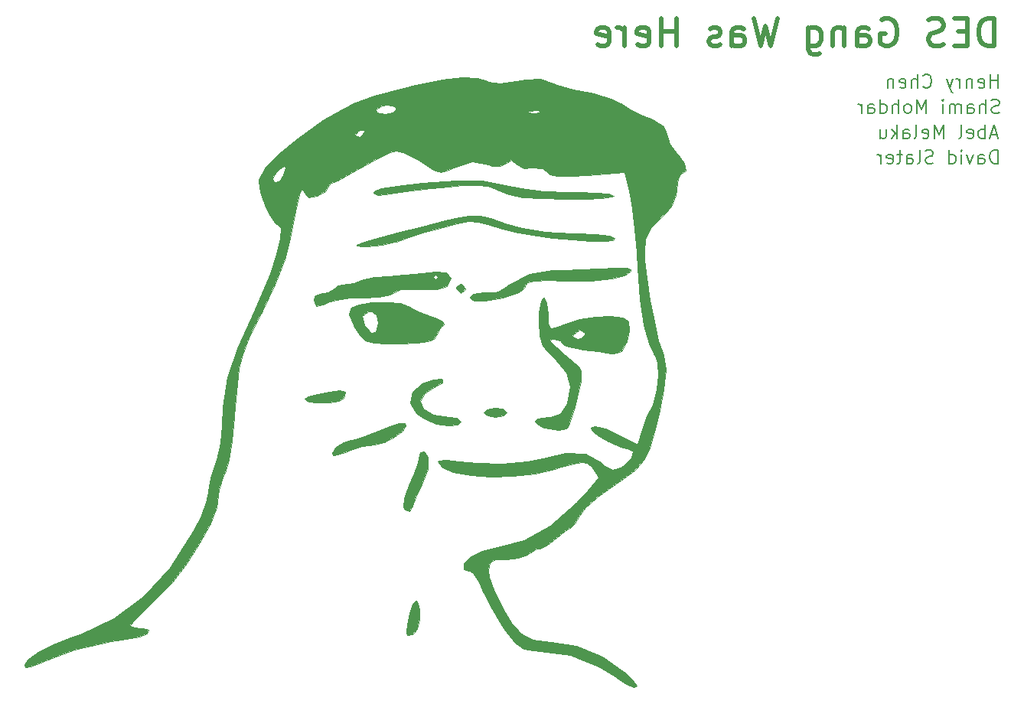
<source format=gbr>
%TF.GenerationSoftware,KiCad,Pcbnew,(5.1.6)-1*%
%TF.CreationDate,2020-10-03T16:08:43+08:00*%
%TF.ProjectId,odometer_project,6f646f6d-6574-4657-925f-70726f6a6563,rev?*%
%TF.SameCoordinates,Original*%
%TF.FileFunction,Legend,Bot*%
%TF.FilePolarity,Positive*%
%FSLAX46Y46*%
G04 Gerber Fmt 4.6, Leading zero omitted, Abs format (unit mm)*
G04 Created by KiCad (PCBNEW (5.1.6)-1) date 2020-10-03 16:08:43*
%MOMM*%
%LPD*%
G01*
G04 APERTURE LIST*
%ADD10C,0.150000*%
%ADD11C,0.500000*%
%ADD12C,0.010000*%
G04 APERTURE END LIST*
D10*
X265397428Y-106342571D02*
X265397428Y-104842571D01*
X265040285Y-104842571D01*
X264826000Y-104914000D01*
X264683142Y-105056857D01*
X264611714Y-105199714D01*
X264540285Y-105485428D01*
X264540285Y-105699714D01*
X264611714Y-105985428D01*
X264683142Y-106128285D01*
X264826000Y-106271142D01*
X265040285Y-106342571D01*
X265397428Y-106342571D01*
X263254571Y-106342571D02*
X263254571Y-105556857D01*
X263326000Y-105414000D01*
X263468857Y-105342571D01*
X263754571Y-105342571D01*
X263897428Y-105414000D01*
X263254571Y-106271142D02*
X263397428Y-106342571D01*
X263754571Y-106342571D01*
X263897428Y-106271142D01*
X263968857Y-106128285D01*
X263968857Y-105985428D01*
X263897428Y-105842571D01*
X263754571Y-105771142D01*
X263397428Y-105771142D01*
X263254571Y-105699714D01*
X262683142Y-105342571D02*
X262326000Y-106342571D01*
X261968857Y-105342571D01*
X261397428Y-106342571D02*
X261397428Y-105342571D01*
X261397428Y-104842571D02*
X261468857Y-104914000D01*
X261397428Y-104985428D01*
X261326000Y-104914000D01*
X261397428Y-104842571D01*
X261397428Y-104985428D01*
X260040285Y-106342571D02*
X260040285Y-104842571D01*
X260040285Y-106271142D02*
X260183142Y-106342571D01*
X260468857Y-106342571D01*
X260611714Y-106271142D01*
X260683142Y-106199714D01*
X260754571Y-106056857D01*
X260754571Y-105628285D01*
X260683142Y-105485428D01*
X260611714Y-105414000D01*
X260468857Y-105342571D01*
X260183142Y-105342571D01*
X260040285Y-105414000D01*
X258254571Y-106271142D02*
X258040285Y-106342571D01*
X257683142Y-106342571D01*
X257540285Y-106271142D01*
X257468857Y-106199714D01*
X257397428Y-106056857D01*
X257397428Y-105914000D01*
X257468857Y-105771142D01*
X257540285Y-105699714D01*
X257683142Y-105628285D01*
X257968857Y-105556857D01*
X258111714Y-105485428D01*
X258183142Y-105414000D01*
X258254571Y-105271142D01*
X258254571Y-105128285D01*
X258183142Y-104985428D01*
X258111714Y-104914000D01*
X257968857Y-104842571D01*
X257611714Y-104842571D01*
X257397428Y-104914000D01*
X256540285Y-106342571D02*
X256683142Y-106271142D01*
X256754571Y-106128285D01*
X256754571Y-104842571D01*
X255326000Y-106342571D02*
X255326000Y-105556857D01*
X255397428Y-105414000D01*
X255540285Y-105342571D01*
X255826000Y-105342571D01*
X255968857Y-105414000D01*
X255326000Y-106271142D02*
X255468857Y-106342571D01*
X255826000Y-106342571D01*
X255968857Y-106271142D01*
X256040285Y-106128285D01*
X256040285Y-105985428D01*
X255968857Y-105842571D01*
X255826000Y-105771142D01*
X255468857Y-105771142D01*
X255326000Y-105699714D01*
X254826000Y-105342571D02*
X254254571Y-105342571D01*
X254611714Y-104842571D02*
X254611714Y-106128285D01*
X254540285Y-106271142D01*
X254397428Y-106342571D01*
X254254571Y-106342571D01*
X253183142Y-106271142D02*
X253326000Y-106342571D01*
X253611714Y-106342571D01*
X253754571Y-106271142D01*
X253826000Y-106128285D01*
X253826000Y-105556857D01*
X253754571Y-105414000D01*
X253611714Y-105342571D01*
X253326000Y-105342571D01*
X253183142Y-105414000D01*
X253111714Y-105556857D01*
X253111714Y-105699714D01*
X253826000Y-105842571D01*
X252468857Y-106342571D02*
X252468857Y-105342571D01*
X252468857Y-105628285D02*
X252397428Y-105485428D01*
X252326000Y-105414000D01*
X252183142Y-105342571D01*
X252040285Y-105342571D01*
X265326000Y-103120000D02*
X264611714Y-103120000D01*
X265468857Y-103548571D02*
X264968857Y-102048571D01*
X264468857Y-103548571D01*
X263968857Y-103548571D02*
X263968857Y-102048571D01*
X263968857Y-102620000D02*
X263826000Y-102548571D01*
X263540285Y-102548571D01*
X263397428Y-102620000D01*
X263326000Y-102691428D01*
X263254571Y-102834285D01*
X263254571Y-103262857D01*
X263326000Y-103405714D01*
X263397428Y-103477142D01*
X263540285Y-103548571D01*
X263826000Y-103548571D01*
X263968857Y-103477142D01*
X262040285Y-103477142D02*
X262183142Y-103548571D01*
X262468857Y-103548571D01*
X262611714Y-103477142D01*
X262683142Y-103334285D01*
X262683142Y-102762857D01*
X262611714Y-102620000D01*
X262468857Y-102548571D01*
X262183142Y-102548571D01*
X262040285Y-102620000D01*
X261968857Y-102762857D01*
X261968857Y-102905714D01*
X262683142Y-103048571D01*
X261111714Y-103548571D02*
X261254571Y-103477142D01*
X261326000Y-103334285D01*
X261326000Y-102048571D01*
X259397428Y-103548571D02*
X259397428Y-102048571D01*
X258897428Y-103120000D01*
X258397428Y-102048571D01*
X258397428Y-103548571D01*
X257111714Y-103477142D02*
X257254571Y-103548571D01*
X257540285Y-103548571D01*
X257683142Y-103477142D01*
X257754571Y-103334285D01*
X257754571Y-102762857D01*
X257683142Y-102620000D01*
X257540285Y-102548571D01*
X257254571Y-102548571D01*
X257111714Y-102620000D01*
X257040285Y-102762857D01*
X257040285Y-102905714D01*
X257754571Y-103048571D01*
X256183142Y-103548571D02*
X256326000Y-103477142D01*
X256397428Y-103334285D01*
X256397428Y-102048571D01*
X254968857Y-103548571D02*
X254968857Y-102762857D01*
X255040285Y-102620000D01*
X255183142Y-102548571D01*
X255468857Y-102548571D01*
X255611714Y-102620000D01*
X254968857Y-103477142D02*
X255111714Y-103548571D01*
X255468857Y-103548571D01*
X255611714Y-103477142D01*
X255683142Y-103334285D01*
X255683142Y-103191428D01*
X255611714Y-103048571D01*
X255468857Y-102977142D01*
X255111714Y-102977142D01*
X254968857Y-102905714D01*
X254254571Y-103548571D02*
X254254571Y-102048571D01*
X254111714Y-102977142D02*
X253683142Y-103548571D01*
X253683142Y-102548571D02*
X254254571Y-103120000D01*
X252397428Y-102548571D02*
X252397428Y-103548571D01*
X253040285Y-102548571D02*
X253040285Y-103334285D01*
X252968857Y-103477142D01*
X252826000Y-103548571D01*
X252611714Y-103548571D01*
X252468857Y-103477142D01*
X252397428Y-103405714D01*
X265560000Y-100683142D02*
X265345714Y-100754571D01*
X264988571Y-100754571D01*
X264845714Y-100683142D01*
X264774285Y-100611714D01*
X264702857Y-100468857D01*
X264702857Y-100326000D01*
X264774285Y-100183142D01*
X264845714Y-100111714D01*
X264988571Y-100040285D01*
X265274285Y-99968857D01*
X265417142Y-99897428D01*
X265488571Y-99826000D01*
X265560000Y-99683142D01*
X265560000Y-99540285D01*
X265488571Y-99397428D01*
X265417142Y-99326000D01*
X265274285Y-99254571D01*
X264917142Y-99254571D01*
X264702857Y-99326000D01*
X264060000Y-100754571D02*
X264060000Y-99254571D01*
X263417142Y-100754571D02*
X263417142Y-99968857D01*
X263488571Y-99826000D01*
X263631428Y-99754571D01*
X263845714Y-99754571D01*
X263988571Y-99826000D01*
X264060000Y-99897428D01*
X262060000Y-100754571D02*
X262060000Y-99968857D01*
X262131428Y-99826000D01*
X262274285Y-99754571D01*
X262560000Y-99754571D01*
X262702857Y-99826000D01*
X262060000Y-100683142D02*
X262202857Y-100754571D01*
X262560000Y-100754571D01*
X262702857Y-100683142D01*
X262774285Y-100540285D01*
X262774285Y-100397428D01*
X262702857Y-100254571D01*
X262560000Y-100183142D01*
X262202857Y-100183142D01*
X262060000Y-100111714D01*
X261345714Y-100754571D02*
X261345714Y-99754571D01*
X261345714Y-99897428D02*
X261274285Y-99826000D01*
X261131428Y-99754571D01*
X260917142Y-99754571D01*
X260774285Y-99826000D01*
X260702857Y-99968857D01*
X260702857Y-100754571D01*
X260702857Y-99968857D02*
X260631428Y-99826000D01*
X260488571Y-99754571D01*
X260274285Y-99754571D01*
X260131428Y-99826000D01*
X260060000Y-99968857D01*
X260060000Y-100754571D01*
X259345714Y-100754571D02*
X259345714Y-99754571D01*
X259345714Y-99254571D02*
X259417142Y-99326000D01*
X259345714Y-99397428D01*
X259274285Y-99326000D01*
X259345714Y-99254571D01*
X259345714Y-99397428D01*
X257488571Y-100754571D02*
X257488571Y-99254571D01*
X256988571Y-100326000D01*
X256488571Y-99254571D01*
X256488571Y-100754571D01*
X255560000Y-100754571D02*
X255702857Y-100683142D01*
X255774285Y-100611714D01*
X255845714Y-100468857D01*
X255845714Y-100040285D01*
X255774285Y-99897428D01*
X255702857Y-99826000D01*
X255560000Y-99754571D01*
X255345714Y-99754571D01*
X255202857Y-99826000D01*
X255131428Y-99897428D01*
X255060000Y-100040285D01*
X255060000Y-100468857D01*
X255131428Y-100611714D01*
X255202857Y-100683142D01*
X255345714Y-100754571D01*
X255560000Y-100754571D01*
X254417142Y-100754571D02*
X254417142Y-99254571D01*
X253774285Y-100754571D02*
X253774285Y-99968857D01*
X253845714Y-99826000D01*
X253988571Y-99754571D01*
X254202857Y-99754571D01*
X254345714Y-99826000D01*
X254417142Y-99897428D01*
X252417142Y-100754571D02*
X252417142Y-99254571D01*
X252417142Y-100683142D02*
X252560000Y-100754571D01*
X252845714Y-100754571D01*
X252988571Y-100683142D01*
X253060000Y-100611714D01*
X253131428Y-100468857D01*
X253131428Y-100040285D01*
X253060000Y-99897428D01*
X252988571Y-99826000D01*
X252845714Y-99754571D01*
X252560000Y-99754571D01*
X252417142Y-99826000D01*
X251060000Y-100754571D02*
X251060000Y-99968857D01*
X251131428Y-99826000D01*
X251274285Y-99754571D01*
X251560000Y-99754571D01*
X251702857Y-99826000D01*
X251060000Y-100683142D02*
X251202857Y-100754571D01*
X251560000Y-100754571D01*
X251702857Y-100683142D01*
X251774285Y-100540285D01*
X251774285Y-100397428D01*
X251702857Y-100254571D01*
X251560000Y-100183142D01*
X251202857Y-100183142D01*
X251060000Y-100111714D01*
X250345714Y-100754571D02*
X250345714Y-99754571D01*
X250345714Y-100040285D02*
X250274285Y-99897428D01*
X250202857Y-99826000D01*
X250060000Y-99754571D01*
X249917142Y-99754571D01*
X265441142Y-97960571D02*
X265441142Y-96460571D01*
X265441142Y-97174857D02*
X264584000Y-97174857D01*
X264584000Y-97960571D02*
X264584000Y-96460571D01*
X263298285Y-97889142D02*
X263441142Y-97960571D01*
X263726857Y-97960571D01*
X263869714Y-97889142D01*
X263941142Y-97746285D01*
X263941142Y-97174857D01*
X263869714Y-97032000D01*
X263726857Y-96960571D01*
X263441142Y-96960571D01*
X263298285Y-97032000D01*
X263226857Y-97174857D01*
X263226857Y-97317714D01*
X263941142Y-97460571D01*
X262584000Y-96960571D02*
X262584000Y-97960571D01*
X262584000Y-97103428D02*
X262512571Y-97032000D01*
X262369714Y-96960571D01*
X262155428Y-96960571D01*
X262012571Y-97032000D01*
X261941142Y-97174857D01*
X261941142Y-97960571D01*
X261226857Y-97960571D02*
X261226857Y-96960571D01*
X261226857Y-97246285D02*
X261155428Y-97103428D01*
X261084000Y-97032000D01*
X260941142Y-96960571D01*
X260798285Y-96960571D01*
X260441142Y-96960571D02*
X260084000Y-97960571D01*
X259726857Y-96960571D02*
X260084000Y-97960571D01*
X260226857Y-98317714D01*
X260298285Y-98389142D01*
X260441142Y-98460571D01*
X257155428Y-97817714D02*
X257226857Y-97889142D01*
X257441142Y-97960571D01*
X257584000Y-97960571D01*
X257798285Y-97889142D01*
X257941142Y-97746285D01*
X258012571Y-97603428D01*
X258084000Y-97317714D01*
X258084000Y-97103428D01*
X258012571Y-96817714D01*
X257941142Y-96674857D01*
X257798285Y-96532000D01*
X257584000Y-96460571D01*
X257441142Y-96460571D01*
X257226857Y-96532000D01*
X257155428Y-96603428D01*
X256512571Y-97960571D02*
X256512571Y-96460571D01*
X255869714Y-97960571D02*
X255869714Y-97174857D01*
X255941142Y-97032000D01*
X256084000Y-96960571D01*
X256298285Y-96960571D01*
X256441142Y-97032000D01*
X256512571Y-97103428D01*
X254584000Y-97889142D02*
X254726857Y-97960571D01*
X255012571Y-97960571D01*
X255155428Y-97889142D01*
X255226857Y-97746285D01*
X255226857Y-97174857D01*
X255155428Y-97032000D01*
X255012571Y-96960571D01*
X254726857Y-96960571D01*
X254584000Y-97032000D01*
X254512571Y-97174857D01*
X254512571Y-97317714D01*
X255226857Y-97460571D01*
X253869714Y-96960571D02*
X253869714Y-97960571D01*
X253869714Y-97103428D02*
X253798285Y-97032000D01*
X253655428Y-96960571D01*
X253441142Y-96960571D01*
X253298285Y-97032000D01*
X253226857Y-97174857D01*
X253226857Y-97960571D01*
D11*
X265006571Y-93305142D02*
X265006571Y-90305142D01*
X264292285Y-90305142D01*
X263863714Y-90448000D01*
X263578000Y-90733714D01*
X263435142Y-91019428D01*
X263292285Y-91590857D01*
X263292285Y-92019428D01*
X263435142Y-92590857D01*
X263578000Y-92876571D01*
X263863714Y-93162285D01*
X264292285Y-93305142D01*
X265006571Y-93305142D01*
X262006571Y-91733714D02*
X261006571Y-91733714D01*
X260578000Y-93305142D02*
X262006571Y-93305142D01*
X262006571Y-90305142D01*
X260578000Y-90305142D01*
X259435142Y-93162285D02*
X259006571Y-93305142D01*
X258292285Y-93305142D01*
X258006571Y-93162285D01*
X257863714Y-93019428D01*
X257720857Y-92733714D01*
X257720857Y-92448000D01*
X257863714Y-92162285D01*
X258006571Y-92019428D01*
X258292285Y-91876571D01*
X258863714Y-91733714D01*
X259149428Y-91590857D01*
X259292285Y-91448000D01*
X259435142Y-91162285D01*
X259435142Y-90876571D01*
X259292285Y-90590857D01*
X259149428Y-90448000D01*
X258863714Y-90305142D01*
X258149428Y-90305142D01*
X257720857Y-90448000D01*
X252578000Y-90448000D02*
X252863714Y-90305142D01*
X253292285Y-90305142D01*
X253720857Y-90448000D01*
X254006571Y-90733714D01*
X254149428Y-91019428D01*
X254292285Y-91590857D01*
X254292285Y-92019428D01*
X254149428Y-92590857D01*
X254006571Y-92876571D01*
X253720857Y-93162285D01*
X253292285Y-93305142D01*
X253006571Y-93305142D01*
X252578000Y-93162285D01*
X252435142Y-93019428D01*
X252435142Y-92019428D01*
X253006571Y-92019428D01*
X249863714Y-93305142D02*
X249863714Y-91733714D01*
X250006571Y-91448000D01*
X250292285Y-91305142D01*
X250863714Y-91305142D01*
X251149428Y-91448000D01*
X249863714Y-93162285D02*
X250149428Y-93305142D01*
X250863714Y-93305142D01*
X251149428Y-93162285D01*
X251292285Y-92876571D01*
X251292285Y-92590857D01*
X251149428Y-92305142D01*
X250863714Y-92162285D01*
X250149428Y-92162285D01*
X249863714Y-92019428D01*
X248435142Y-91305142D02*
X248435142Y-93305142D01*
X248435142Y-91590857D02*
X248292285Y-91448000D01*
X248006571Y-91305142D01*
X247578000Y-91305142D01*
X247292285Y-91448000D01*
X247149428Y-91733714D01*
X247149428Y-93305142D01*
X244435142Y-91305142D02*
X244435142Y-93733714D01*
X244578000Y-94019428D01*
X244720857Y-94162285D01*
X245006571Y-94305142D01*
X245435142Y-94305142D01*
X245720857Y-94162285D01*
X244435142Y-93162285D02*
X244720857Y-93305142D01*
X245292285Y-93305142D01*
X245578000Y-93162285D01*
X245720857Y-93019428D01*
X245863714Y-92733714D01*
X245863714Y-91876571D01*
X245720857Y-91590857D01*
X245578000Y-91448000D01*
X245292285Y-91305142D01*
X244720857Y-91305142D01*
X244435142Y-91448000D01*
X241006571Y-90305142D02*
X240292285Y-93305142D01*
X239720857Y-91162285D01*
X239149428Y-93305142D01*
X238435142Y-90305142D01*
X236006571Y-93305142D02*
X236006571Y-91733714D01*
X236149428Y-91448000D01*
X236435142Y-91305142D01*
X237006571Y-91305142D01*
X237292285Y-91448000D01*
X236006571Y-93162285D02*
X236292285Y-93305142D01*
X237006571Y-93305142D01*
X237292285Y-93162285D01*
X237435142Y-92876571D01*
X237435142Y-92590857D01*
X237292285Y-92305142D01*
X237006571Y-92162285D01*
X236292285Y-92162285D01*
X236006571Y-92019428D01*
X234720857Y-93162285D02*
X234435142Y-93305142D01*
X233863714Y-93305142D01*
X233578000Y-93162285D01*
X233435142Y-92876571D01*
X233435142Y-92733714D01*
X233578000Y-92448000D01*
X233863714Y-92305142D01*
X234292285Y-92305142D01*
X234578000Y-92162285D01*
X234720857Y-91876571D01*
X234720857Y-91733714D01*
X234578000Y-91448000D01*
X234292285Y-91305142D01*
X233863714Y-91305142D01*
X233578000Y-91448000D01*
X229863714Y-93305142D02*
X229863714Y-90305142D01*
X229863714Y-91733714D02*
X228149428Y-91733714D01*
X228149428Y-93305142D02*
X228149428Y-90305142D01*
X225578000Y-93162285D02*
X225863714Y-93305142D01*
X226435142Y-93305142D01*
X226720857Y-93162285D01*
X226863714Y-92876571D01*
X226863714Y-91733714D01*
X226720857Y-91448000D01*
X226435142Y-91305142D01*
X225863714Y-91305142D01*
X225578000Y-91448000D01*
X225435142Y-91733714D01*
X225435142Y-92019428D01*
X226863714Y-92305142D01*
X224149428Y-93305142D02*
X224149428Y-91305142D01*
X224149428Y-91876571D02*
X224006571Y-91590857D01*
X223863714Y-91448000D01*
X223578000Y-91305142D01*
X223292285Y-91305142D01*
X221149428Y-93162285D02*
X221435142Y-93305142D01*
X222006571Y-93305142D01*
X222292285Y-93162285D01*
X222435142Y-92876571D01*
X222435142Y-91733714D01*
X222292285Y-91448000D01*
X222006571Y-91305142D01*
X221435142Y-91305142D01*
X221149428Y-91448000D01*
X221006571Y-91733714D01*
X221006571Y-92019428D01*
X222435142Y-92305142D01*
D12*
%TO.C,G\u002A\u002A\u002A*%
G36*
X203982119Y-97089429D02*
G01*
X201007292Y-97687576D01*
X199425629Y-98058946D01*
X196457701Y-98858296D01*
X194131068Y-99702873D01*
X192076380Y-100742107D01*
X190744640Y-101571055D01*
X187926605Y-103557439D01*
X185750714Y-105363932D01*
X184301820Y-106909797D01*
X183664779Y-108114298D01*
X183642001Y-108328944D01*
X183833924Y-109519795D01*
X184308372Y-110914600D01*
X184913363Y-112168192D01*
X185496914Y-112935402D01*
X185711945Y-113030000D01*
X186072177Y-113457822D01*
X186027378Y-114630734D01*
X185622488Y-116382899D01*
X184902447Y-118548484D01*
X183912193Y-120961652D01*
X183096664Y-122680812D01*
X181332220Y-126574852D01*
X180213509Y-130025425D01*
X179664946Y-133304575D01*
X179578000Y-135344965D01*
X179410506Y-137275854D01*
X178991632Y-139135107D01*
X178816001Y-139621644D01*
X178304602Y-141182386D01*
X178058030Y-142596662D01*
X178054001Y-142739379D01*
X177811185Y-143854400D01*
X177179416Y-145457652D01*
X176431931Y-146946695D01*
X173805171Y-151038490D01*
X170932495Y-154238322D01*
X167680068Y-156664028D01*
X163914058Y-158433443D01*
X163046207Y-158732411D01*
X160924014Y-159536229D01*
X159222881Y-160394284D01*
X158104360Y-161203504D01*
X157730007Y-161860814D01*
X157828206Y-162061538D01*
X158413174Y-162028353D01*
X159543023Y-161601719D01*
X160085984Y-161337841D01*
X163264994Y-160103338D01*
X167326681Y-159214365D01*
X169037000Y-158977273D01*
X170423949Y-158697973D01*
X171284114Y-158323411D01*
X171486385Y-157970271D01*
X170899650Y-157755236D01*
X170434000Y-157734000D01*
X169607339Y-157615950D01*
X169418000Y-157453191D01*
X169764489Y-156999993D01*
X170683228Y-156050232D01*
X171993128Y-154789056D01*
X172339000Y-154466708D01*
X174035417Y-152672559D01*
X175692999Y-150534996D01*
X177164917Y-148289304D01*
X178304340Y-146170768D01*
X178964439Y-144414673D01*
X179070000Y-143680732D01*
X179272731Y-142414150D01*
X179772351Y-140858166D01*
X179890881Y-140572683D01*
X180302059Y-139159492D01*
X180676828Y-137016745D01*
X180969579Y-134430842D01*
X181060607Y-133227210D01*
X181238834Y-130761302D01*
X181466787Y-128941234D01*
X181841453Y-127419423D01*
X182459818Y-125848286D01*
X183418869Y-123880241D01*
X183966441Y-122813210D01*
X185394077Y-119786643D01*
X186498026Y-116925956D01*
X187149889Y-114564067D01*
X187151810Y-114554000D01*
X187632477Y-112048773D01*
X187967588Y-110402778D01*
X188198855Y-109476653D01*
X188367991Y-109131037D01*
X188516705Y-109226569D01*
X188653208Y-109537715D01*
X189171539Y-110093355D01*
X190119000Y-109935085D01*
X191001349Y-109412434D01*
X191262000Y-108982369D01*
X191594459Y-108475432D01*
X191708454Y-108458000D01*
X192341503Y-108212649D01*
X193569569Y-107569805D01*
X194714178Y-106907595D01*
X186631560Y-106907595D01*
X186381650Y-107654451D01*
X185887635Y-108317583D01*
X185357035Y-108423756D01*
X185166000Y-108012201D01*
X185513555Y-107350150D01*
X185928000Y-106934000D01*
X186557854Y-106532805D01*
X186631560Y-106907595D01*
X194714178Y-106907595D01*
X195107569Y-106680000D01*
X196734173Y-105772512D01*
X198110882Y-105131813D01*
X198908226Y-104902000D01*
X199822759Y-105174420D01*
X201136210Y-105861172D01*
X201712600Y-106229634D01*
X202959251Y-107017752D01*
X203798458Y-107269905D01*
X204642531Y-107050341D01*
X205212490Y-106775006D01*
X207270102Y-106146799D01*
X209079673Y-106422440D01*
X209454185Y-106620782D01*
X210341528Y-106668199D01*
X210880971Y-106375399D01*
X211592354Y-105987396D01*
X212074683Y-106401216D01*
X212897051Y-106848101D01*
X213854005Y-106812341D01*
X215064623Y-106840691D01*
X215485937Y-107249612D01*
X215839327Y-107591568D01*
X216685979Y-107749106D01*
X218211419Y-107737827D01*
X219950494Y-107625058D01*
X224147192Y-107302474D01*
X224691222Y-109785237D01*
X224948748Y-111353563D01*
X225207098Y-113592062D01*
X225430001Y-116155580D01*
X225540569Y-117866881D01*
X225825874Y-121346149D01*
X226255940Y-124203197D01*
X226805107Y-126310114D01*
X227447713Y-127538993D01*
X227489849Y-127583181D01*
X227772212Y-128409708D01*
X227829102Y-129810931D01*
X227681889Y-131375992D01*
X227351948Y-132694029D01*
X227207946Y-133002396D01*
X226604378Y-134294674D01*
X226064946Y-135777954D01*
X225552000Y-137443909D01*
X223539588Y-136412954D01*
X221956275Y-135703760D01*
X220843888Y-135403936D01*
X220363713Y-135542481D01*
X220452119Y-135857831D01*
X221151328Y-136448776D01*
X222374357Y-137136288D01*
X223679563Y-137700487D01*
X224598105Y-137922000D01*
X225035644Y-138214416D01*
X224854483Y-138893417D01*
X224187225Y-139661628D01*
X223666306Y-140011636D01*
X222776491Y-140245185D01*
X221873712Y-139784204D01*
X221451688Y-139411886D01*
X219794929Y-138495381D01*
X217616613Y-138397600D01*
X215501030Y-138893923D01*
X213319921Y-139348798D01*
X210589964Y-139557477D01*
X207752325Y-139502067D01*
X205867000Y-139284684D01*
X204408075Y-139123215D01*
X203565861Y-139206234D01*
X203454000Y-139333331D01*
X203922169Y-139997302D01*
X205190836Y-140496683D01*
X207056244Y-140820908D01*
X209314632Y-140959413D01*
X211762244Y-140901633D01*
X214195321Y-140637004D01*
X216410103Y-140154962D01*
X216824071Y-140026552D01*
X218444980Y-139520439D01*
X219402899Y-139350157D01*
X219991238Y-139508682D01*
X220458926Y-139939552D01*
X221070226Y-140710845D01*
X221234000Y-141043574D01*
X220910428Y-141507426D01*
X220059844Y-142492528D01*
X218862444Y-143790674D01*
X218793411Y-143863534D01*
X215938633Y-146396196D01*
X212983953Y-148021265D01*
X210071272Y-148796759D01*
X208367797Y-149233837D01*
X207035808Y-149892267D01*
X206296972Y-150630614D01*
X206295082Y-151206179D01*
X206865225Y-151452046D01*
X206981301Y-151401737D01*
X207388814Y-151678479D01*
X207992354Y-152661306D01*
X208408460Y-153552450D01*
X209374291Y-155492908D01*
X210583771Y-157495667D01*
X211015448Y-158115000D01*
X212045328Y-159398860D01*
X212921848Y-160039855D01*
X214030415Y-160256503D01*
X214823318Y-160274000D01*
X218086407Y-160723951D01*
X221257235Y-161971382D01*
X222941046Y-163048321D01*
X224288027Y-163942911D01*
X225156654Y-164285180D01*
X225428486Y-164102001D01*
X224985081Y-163420249D01*
X224282000Y-162744068D01*
X221642284Y-160912640D01*
X218750048Y-159702450D01*
X215952380Y-159258096D01*
X215914163Y-159258000D01*
X213977635Y-159002880D01*
X212680960Y-158369000D01*
X211698001Y-157225229D01*
X210659202Y-155554199D01*
X209752082Y-153719752D01*
X209164161Y-152085732D01*
X209042000Y-151308338D01*
X209174660Y-150521894D01*
X209764024Y-150183071D01*
X210972400Y-150114000D01*
X212373394Y-149979821D01*
X213347475Y-149649152D01*
X213446006Y-149570794D01*
X214412406Y-148998115D01*
X214718961Y-148920485D01*
X215583965Y-148517364D01*
X216647859Y-147696180D01*
X216659146Y-147685690D01*
X217585429Y-146908171D01*
X218182199Y-146559404D01*
X218200248Y-146558000D01*
X218630380Y-146150813D01*
X219095050Y-145319864D01*
X219817009Y-144386780D01*
X221111037Y-143235294D01*
X222351591Y-142346132D01*
X224071468Y-141203038D01*
X225332104Y-140201092D01*
X226243050Y-139140588D01*
X226913860Y-137821820D01*
X227454085Y-136045083D01*
X227973278Y-133610671D01*
X228398343Y-131323365D01*
X228653194Y-129110004D01*
X228457136Y-127585916D01*
X228349498Y-127312808D01*
X227881074Y-125911081D01*
X227384438Y-123835101D01*
X226921239Y-121422633D01*
X226553132Y-119011443D01*
X226341766Y-116939295D01*
X226314088Y-116161650D01*
X226442055Y-114628625D01*
X226979668Y-113513693D01*
X228092000Y-112385178D01*
X229314538Y-111074619D01*
X229820807Y-109811465D01*
X229870000Y-109126528D01*
X230004145Y-107988999D01*
X230331744Y-107448975D01*
X230378000Y-107442000D01*
X230855339Y-107109556D01*
X230730995Y-106312649D01*
X230071777Y-105351913D01*
X229870000Y-105155999D01*
X229100290Y-104153968D01*
X228854000Y-103361468D01*
X228657964Y-102840019D01*
X195326000Y-102840019D01*
X194957238Y-103357326D01*
X194818000Y-103378000D01*
X194323208Y-103204678D01*
X194310000Y-103153980D01*
X194665974Y-102720265D01*
X194818000Y-102616000D01*
X195286114Y-102656277D01*
X195326000Y-102840019D01*
X228657964Y-102840019D01*
X228425860Y-102222635D01*
X227095536Y-101360115D01*
X226314000Y-101084292D01*
X225426845Y-100686977D01*
X214820817Y-100686977D01*
X214122000Y-100757789D01*
X213400828Y-100677956D01*
X213487000Y-100501561D01*
X214527053Y-100434465D01*
X214757000Y-100501561D01*
X214820817Y-100686977D01*
X225426845Y-100686977D01*
X224926635Y-100462957D01*
X224720644Y-100330000D01*
X198882000Y-100330000D01*
X198446366Y-100708637D01*
X197582020Y-100838000D01*
X196717715Y-100676742D01*
X196596000Y-100330000D01*
X197312519Y-99903246D01*
X197895981Y-99822000D01*
X198705046Y-100040514D01*
X198882000Y-100330000D01*
X224720644Y-100330000D01*
X223865247Y-99777884D01*
X222631517Y-99142121D01*
X220942356Y-98645098D01*
X220309247Y-98534858D01*
X218437242Y-98162475D01*
X216674354Y-97628093D01*
X216255839Y-97457319D01*
X214802923Y-97001517D01*
X213226114Y-97024058D01*
X212212678Y-97207283D01*
X210340804Y-97449155D01*
X209066870Y-97288971D01*
X208969236Y-97243057D01*
X207821829Y-96879246D01*
X206206544Y-96824011D01*
X203982119Y-97089429D01*
G37*
X203982119Y-97089429D02*
X201007292Y-97687576D01*
X199425629Y-98058946D01*
X196457701Y-98858296D01*
X194131068Y-99702873D01*
X192076380Y-100742107D01*
X190744640Y-101571055D01*
X187926605Y-103557439D01*
X185750714Y-105363932D01*
X184301820Y-106909797D01*
X183664779Y-108114298D01*
X183642001Y-108328944D01*
X183833924Y-109519795D01*
X184308372Y-110914600D01*
X184913363Y-112168192D01*
X185496914Y-112935402D01*
X185711945Y-113030000D01*
X186072177Y-113457822D01*
X186027378Y-114630734D01*
X185622488Y-116382899D01*
X184902447Y-118548484D01*
X183912193Y-120961652D01*
X183096664Y-122680812D01*
X181332220Y-126574852D01*
X180213509Y-130025425D01*
X179664946Y-133304575D01*
X179578000Y-135344965D01*
X179410506Y-137275854D01*
X178991632Y-139135107D01*
X178816001Y-139621644D01*
X178304602Y-141182386D01*
X178058030Y-142596662D01*
X178054001Y-142739379D01*
X177811185Y-143854400D01*
X177179416Y-145457652D01*
X176431931Y-146946695D01*
X173805171Y-151038490D01*
X170932495Y-154238322D01*
X167680068Y-156664028D01*
X163914058Y-158433443D01*
X163046207Y-158732411D01*
X160924014Y-159536229D01*
X159222881Y-160394284D01*
X158104360Y-161203504D01*
X157730007Y-161860814D01*
X157828206Y-162061538D01*
X158413174Y-162028353D01*
X159543023Y-161601719D01*
X160085984Y-161337841D01*
X163264994Y-160103338D01*
X167326681Y-159214365D01*
X169037000Y-158977273D01*
X170423949Y-158697973D01*
X171284114Y-158323411D01*
X171486385Y-157970271D01*
X170899650Y-157755236D01*
X170434000Y-157734000D01*
X169607339Y-157615950D01*
X169418000Y-157453191D01*
X169764489Y-156999993D01*
X170683228Y-156050232D01*
X171993128Y-154789056D01*
X172339000Y-154466708D01*
X174035417Y-152672559D01*
X175692999Y-150534996D01*
X177164917Y-148289304D01*
X178304340Y-146170768D01*
X178964439Y-144414673D01*
X179070000Y-143680732D01*
X179272731Y-142414150D01*
X179772351Y-140858166D01*
X179890881Y-140572683D01*
X180302059Y-139159492D01*
X180676828Y-137016745D01*
X180969579Y-134430842D01*
X181060607Y-133227210D01*
X181238834Y-130761302D01*
X181466787Y-128941234D01*
X181841453Y-127419423D01*
X182459818Y-125848286D01*
X183418869Y-123880241D01*
X183966441Y-122813210D01*
X185394077Y-119786643D01*
X186498026Y-116925956D01*
X187149889Y-114564067D01*
X187151810Y-114554000D01*
X187632477Y-112048773D01*
X187967588Y-110402778D01*
X188198855Y-109476653D01*
X188367991Y-109131037D01*
X188516705Y-109226569D01*
X188653208Y-109537715D01*
X189171539Y-110093355D01*
X190119000Y-109935085D01*
X191001349Y-109412434D01*
X191262000Y-108982369D01*
X191594459Y-108475432D01*
X191708454Y-108458000D01*
X192341503Y-108212649D01*
X193569569Y-107569805D01*
X194714178Y-106907595D01*
X186631560Y-106907595D01*
X186381650Y-107654451D01*
X185887635Y-108317583D01*
X185357035Y-108423756D01*
X185166000Y-108012201D01*
X185513555Y-107350150D01*
X185928000Y-106934000D01*
X186557854Y-106532805D01*
X186631560Y-106907595D01*
X194714178Y-106907595D01*
X195107569Y-106680000D01*
X196734173Y-105772512D01*
X198110882Y-105131813D01*
X198908226Y-104902000D01*
X199822759Y-105174420D01*
X201136210Y-105861172D01*
X201712600Y-106229634D01*
X202959251Y-107017752D01*
X203798458Y-107269905D01*
X204642531Y-107050341D01*
X205212490Y-106775006D01*
X207270102Y-106146799D01*
X209079673Y-106422440D01*
X209454185Y-106620782D01*
X210341528Y-106668199D01*
X210880971Y-106375399D01*
X211592354Y-105987396D01*
X212074683Y-106401216D01*
X212897051Y-106848101D01*
X213854005Y-106812341D01*
X215064623Y-106840691D01*
X215485937Y-107249612D01*
X215839327Y-107591568D01*
X216685979Y-107749106D01*
X218211419Y-107737827D01*
X219950494Y-107625058D01*
X224147192Y-107302474D01*
X224691222Y-109785237D01*
X224948748Y-111353563D01*
X225207098Y-113592062D01*
X225430001Y-116155580D01*
X225540569Y-117866881D01*
X225825874Y-121346149D01*
X226255940Y-124203197D01*
X226805107Y-126310114D01*
X227447713Y-127538993D01*
X227489849Y-127583181D01*
X227772212Y-128409708D01*
X227829102Y-129810931D01*
X227681889Y-131375992D01*
X227351948Y-132694029D01*
X227207946Y-133002396D01*
X226604378Y-134294674D01*
X226064946Y-135777954D01*
X225552000Y-137443909D01*
X223539588Y-136412954D01*
X221956275Y-135703760D01*
X220843888Y-135403936D01*
X220363713Y-135542481D01*
X220452119Y-135857831D01*
X221151328Y-136448776D01*
X222374357Y-137136288D01*
X223679563Y-137700487D01*
X224598105Y-137922000D01*
X225035644Y-138214416D01*
X224854483Y-138893417D01*
X224187225Y-139661628D01*
X223666306Y-140011636D01*
X222776491Y-140245185D01*
X221873712Y-139784204D01*
X221451688Y-139411886D01*
X219794929Y-138495381D01*
X217616613Y-138397600D01*
X215501030Y-138893923D01*
X213319921Y-139348798D01*
X210589964Y-139557477D01*
X207752325Y-139502067D01*
X205867000Y-139284684D01*
X204408075Y-139123215D01*
X203565861Y-139206234D01*
X203454000Y-139333331D01*
X203922169Y-139997302D01*
X205190836Y-140496683D01*
X207056244Y-140820908D01*
X209314632Y-140959413D01*
X211762244Y-140901633D01*
X214195321Y-140637004D01*
X216410103Y-140154962D01*
X216824071Y-140026552D01*
X218444980Y-139520439D01*
X219402899Y-139350157D01*
X219991238Y-139508682D01*
X220458926Y-139939552D01*
X221070226Y-140710845D01*
X221234000Y-141043574D01*
X220910428Y-141507426D01*
X220059844Y-142492528D01*
X218862444Y-143790674D01*
X218793411Y-143863534D01*
X215938633Y-146396196D01*
X212983953Y-148021265D01*
X210071272Y-148796759D01*
X208367797Y-149233837D01*
X207035808Y-149892267D01*
X206296972Y-150630614D01*
X206295082Y-151206179D01*
X206865225Y-151452046D01*
X206981301Y-151401737D01*
X207388814Y-151678479D01*
X207992354Y-152661306D01*
X208408460Y-153552450D01*
X209374291Y-155492908D01*
X210583771Y-157495667D01*
X211015448Y-158115000D01*
X212045328Y-159398860D01*
X212921848Y-160039855D01*
X214030415Y-160256503D01*
X214823318Y-160274000D01*
X218086407Y-160723951D01*
X221257235Y-161971382D01*
X222941046Y-163048321D01*
X224288027Y-163942911D01*
X225156654Y-164285180D01*
X225428486Y-164102001D01*
X224985081Y-163420249D01*
X224282000Y-162744068D01*
X221642284Y-160912640D01*
X218750048Y-159702450D01*
X215952380Y-159258096D01*
X215914163Y-159258000D01*
X213977635Y-159002880D01*
X212680960Y-158369000D01*
X211698001Y-157225229D01*
X210659202Y-155554199D01*
X209752082Y-153719752D01*
X209164161Y-152085732D01*
X209042000Y-151308338D01*
X209174660Y-150521894D01*
X209764024Y-150183071D01*
X210972400Y-150114000D01*
X212373394Y-149979821D01*
X213347475Y-149649152D01*
X213446006Y-149570794D01*
X214412406Y-148998115D01*
X214718961Y-148920485D01*
X215583965Y-148517364D01*
X216647859Y-147696180D01*
X216659146Y-147685690D01*
X217585429Y-146908171D01*
X218182199Y-146559404D01*
X218200248Y-146558000D01*
X218630380Y-146150813D01*
X219095050Y-145319864D01*
X219817009Y-144386780D01*
X221111037Y-143235294D01*
X222351591Y-142346132D01*
X224071468Y-141203038D01*
X225332104Y-140201092D01*
X226243050Y-139140588D01*
X226913860Y-137821820D01*
X227454085Y-136045083D01*
X227973278Y-133610671D01*
X228398343Y-131323365D01*
X228653194Y-129110004D01*
X228457136Y-127585916D01*
X228349498Y-127312808D01*
X227881074Y-125911081D01*
X227384438Y-123835101D01*
X226921239Y-121422633D01*
X226553132Y-119011443D01*
X226341766Y-116939295D01*
X226314088Y-116161650D01*
X226442055Y-114628625D01*
X226979668Y-113513693D01*
X228092000Y-112385178D01*
X229314538Y-111074619D01*
X229820807Y-109811465D01*
X229870000Y-109126528D01*
X230004145Y-107988999D01*
X230331744Y-107448975D01*
X230378000Y-107442000D01*
X230855339Y-107109556D01*
X230730995Y-106312649D01*
X230071777Y-105351913D01*
X229870000Y-105155999D01*
X229100290Y-104153968D01*
X228854000Y-103361468D01*
X228657964Y-102840019D01*
X195326000Y-102840019D01*
X194957238Y-103357326D01*
X194818000Y-103378000D01*
X194323208Y-103204678D01*
X194310000Y-103153980D01*
X194665974Y-102720265D01*
X194818000Y-102616000D01*
X195286114Y-102656277D01*
X195326000Y-102840019D01*
X228657964Y-102840019D01*
X228425860Y-102222635D01*
X227095536Y-101360115D01*
X226314000Y-101084292D01*
X225426845Y-100686977D01*
X214820817Y-100686977D01*
X214122000Y-100757789D01*
X213400828Y-100677956D01*
X213487000Y-100501561D01*
X214527053Y-100434465D01*
X214757000Y-100501561D01*
X214820817Y-100686977D01*
X225426845Y-100686977D01*
X224926635Y-100462957D01*
X224720644Y-100330000D01*
X198882000Y-100330000D01*
X198446366Y-100708637D01*
X197582020Y-100838000D01*
X196717715Y-100676742D01*
X196596000Y-100330000D01*
X197312519Y-99903246D01*
X197895981Y-99822000D01*
X198705046Y-100040514D01*
X198882000Y-100330000D01*
X224720644Y-100330000D01*
X223865247Y-99777884D01*
X222631517Y-99142121D01*
X220942356Y-98645098D01*
X220309247Y-98534858D01*
X218437242Y-98162475D01*
X216674354Y-97628093D01*
X216255839Y-97457319D01*
X214802923Y-97001517D01*
X213226114Y-97024058D01*
X212212678Y-97207283D01*
X210340804Y-97449155D01*
X209066870Y-97288971D01*
X208969236Y-97243057D01*
X207821829Y-96879246D01*
X206206544Y-96824011D01*
X203982119Y-97089429D01*
G36*
X200683470Y-155119113D02*
G01*
X200348125Y-156138592D01*
X200077153Y-157324640D01*
X199973275Y-158257465D01*
X200040658Y-158526776D01*
X200537883Y-158463787D01*
X200787000Y-158384119D01*
X201171766Y-157831269D01*
X201383899Y-156780092D01*
X201401739Y-155644648D01*
X201203623Y-154839001D01*
X200980468Y-154686000D01*
X200683470Y-155119113D01*
G37*
X200683470Y-155119113D02*
X200348125Y-156138592D01*
X200077153Y-157324640D01*
X199973275Y-158257465D01*
X200040658Y-158526776D01*
X200537883Y-158463787D01*
X200787000Y-158384119D01*
X201171766Y-157831269D01*
X201383899Y-156780092D01*
X201401739Y-155644648D01*
X201203623Y-154839001D01*
X200980468Y-154686000D01*
X200683470Y-155119113D01*
G36*
X201485005Y-138278591D02*
G01*
X201422000Y-138589443D01*
X201226301Y-139451048D01*
X200727091Y-140842469D01*
X200358360Y-141721383D01*
X199733857Y-143405411D01*
X199678326Y-144402433D01*
X199833707Y-144664906D01*
X200355620Y-144822213D01*
X200669313Y-144229946D01*
X201117227Y-143067920D01*
X201701967Y-141817831D01*
X202322713Y-140138681D01*
X202355716Y-138819247D01*
X201930000Y-138176000D01*
X201485005Y-138278591D01*
G37*
X201485005Y-138278591D02*
X201422000Y-138589443D01*
X201226301Y-139451048D01*
X200727091Y-140842469D01*
X200358360Y-141721383D01*
X199733857Y-143405411D01*
X199678326Y-144402433D01*
X199833707Y-144664906D01*
X200355620Y-144822213D01*
X200669313Y-144229946D01*
X201117227Y-143067920D01*
X201701967Y-141817831D01*
X202322713Y-140138681D01*
X202355716Y-138819247D01*
X201930000Y-138176000D01*
X201485005Y-138278591D01*
G36*
X197961724Y-135467735D02*
G01*
X197129075Y-135824871D01*
X195586756Y-136462488D01*
X194289177Y-136850793D01*
X193869739Y-136906000D01*
X193033288Y-137160545D01*
X192219188Y-137734658D01*
X191765816Y-138344052D01*
X191824610Y-138624213D01*
X192374532Y-138559066D01*
X193443578Y-138171957D01*
X193548000Y-138126849D01*
X195079412Y-137634473D01*
X196412722Y-137436912D01*
X197522076Y-137190388D01*
X198661790Y-136617873D01*
X199542786Y-135918799D01*
X199875986Y-135292598D01*
X199790539Y-135106599D01*
X199163541Y-135095500D01*
X197961724Y-135467735D01*
G37*
X197961724Y-135467735D02*
X197129075Y-135824871D01*
X195586756Y-136462488D01*
X194289177Y-136850793D01*
X193869739Y-136906000D01*
X193033288Y-137160545D01*
X192219188Y-137734658D01*
X191765816Y-138344052D01*
X191824610Y-138624213D01*
X192374532Y-138559066D01*
X193443578Y-138171957D01*
X193548000Y-138126849D01*
X195079412Y-137634473D01*
X196412722Y-137436912D01*
X197522076Y-137190388D01*
X198661790Y-136617873D01*
X199542786Y-135918799D01*
X199875986Y-135292598D01*
X199790539Y-135106599D01*
X199163541Y-135095500D01*
X197961724Y-135467735D01*
G36*
X214851012Y-121615473D02*
G01*
X214666827Y-122787699D01*
X214630000Y-123756485D01*
X214714059Y-125419050D01*
X215096984Y-126537096D01*
X215974901Y-127576898D01*
X216408000Y-127983556D01*
X217717302Y-129501496D01*
X218145241Y-131013618D01*
X217772696Y-132840223D01*
X217690574Y-133062929D01*
X217034127Y-134050013D01*
X215878404Y-134362144D01*
X215658574Y-134366000D01*
X214477746Y-134538430D01*
X214168175Y-134943360D01*
X214784964Y-135412248D01*
X215265000Y-135569814D01*
X216864151Y-135863917D01*
X217721711Y-135661825D01*
X217853231Y-135509000D01*
X218099360Y-134844614D01*
X218496155Y-133513369D01*
X218856239Y-132186885D01*
X219261800Y-130376566D01*
X219311408Y-129303613D01*
X219032028Y-128770504D01*
X217314027Y-127370456D01*
X216304300Y-126477610D01*
X215903489Y-125982732D01*
X216012236Y-125776590D01*
X216281000Y-125746053D01*
X217034859Y-125938652D01*
X217170000Y-126167240D01*
X217624125Y-126482514D01*
X218779812Y-126794688D01*
X219583000Y-126927141D01*
X221239146Y-127148544D01*
X222596628Y-127329932D01*
X222963374Y-127378901D01*
X223794651Y-127135911D01*
X224342928Y-126036713D01*
X224357932Y-125984000D01*
X224497262Y-125222000D01*
X219710000Y-125222000D01*
X219296508Y-125667827D01*
X218918020Y-125730000D01*
X218392211Y-125483725D01*
X218440000Y-125222000D01*
X219089457Y-124733377D01*
X219231981Y-124714000D01*
X219696318Y-125101473D01*
X219710000Y-125222000D01*
X224497262Y-125222000D01*
X224591859Y-124704649D01*
X224549502Y-123825000D01*
X223903258Y-123396634D01*
X222578754Y-123212278D01*
X220882539Y-123266118D01*
X219121159Y-123552340D01*
X217853645Y-123952000D01*
X216508049Y-124500353D01*
X215861217Y-124580040D01*
X215658673Y-124073943D01*
X215646000Y-122936000D01*
X215518408Y-121760795D01*
X215204669Y-121173356D01*
X215138000Y-121158000D01*
X214851012Y-121615473D01*
G37*
X214851012Y-121615473D02*
X214666827Y-122787699D01*
X214630000Y-123756485D01*
X214714059Y-125419050D01*
X215096984Y-126537096D01*
X215974901Y-127576898D01*
X216408000Y-127983556D01*
X217717302Y-129501496D01*
X218145241Y-131013618D01*
X217772696Y-132840223D01*
X217690574Y-133062929D01*
X217034127Y-134050013D01*
X215878404Y-134362144D01*
X215658574Y-134366000D01*
X214477746Y-134538430D01*
X214168175Y-134943360D01*
X214784964Y-135412248D01*
X215265000Y-135569814D01*
X216864151Y-135863917D01*
X217721711Y-135661825D01*
X217853231Y-135509000D01*
X218099360Y-134844614D01*
X218496155Y-133513369D01*
X218856239Y-132186885D01*
X219261800Y-130376566D01*
X219311408Y-129303613D01*
X219032028Y-128770504D01*
X217314027Y-127370456D01*
X216304300Y-126477610D01*
X215903489Y-125982732D01*
X216012236Y-125776590D01*
X216281000Y-125746053D01*
X217034859Y-125938652D01*
X217170000Y-126167240D01*
X217624125Y-126482514D01*
X218779812Y-126794688D01*
X219583000Y-126927141D01*
X221239146Y-127148544D01*
X222596628Y-127329932D01*
X222963374Y-127378901D01*
X223794651Y-127135911D01*
X224342928Y-126036713D01*
X224357932Y-125984000D01*
X224497262Y-125222000D01*
X219710000Y-125222000D01*
X219296508Y-125667827D01*
X218918020Y-125730000D01*
X218392211Y-125483725D01*
X218440000Y-125222000D01*
X219089457Y-124733377D01*
X219231981Y-124714000D01*
X219696318Y-125101473D01*
X219710000Y-125222000D01*
X224497262Y-125222000D01*
X224591859Y-124704649D01*
X224549502Y-123825000D01*
X223903258Y-123396634D01*
X222578754Y-123212278D01*
X220882539Y-123266118D01*
X219121159Y-123552340D01*
X217853645Y-123952000D01*
X216508049Y-124500353D01*
X215861217Y-124580040D01*
X215658673Y-124073943D01*
X215646000Y-122936000D01*
X215518408Y-121760795D01*
X215204669Y-121173356D01*
X215138000Y-121158000D01*
X214851012Y-121615473D01*
G36*
X202977660Y-130218531D02*
G01*
X201803000Y-130638745D01*
X200644756Y-131635380D01*
X200395177Y-132836307D01*
X201048165Y-134003706D01*
X201904773Y-134606954D01*
X203297365Y-135136610D01*
X204651936Y-135360415D01*
X205653841Y-135257822D01*
X205994000Y-134874000D01*
X205558266Y-134495727D01*
X204690604Y-134366000D01*
X202960304Y-134115516D01*
X201875543Y-133478686D01*
X201524524Y-132627441D01*
X201995450Y-131733711D01*
X203018101Y-131105843D01*
X203970356Y-130582198D01*
X203996485Y-130223755D01*
X203907101Y-130184067D01*
X202977660Y-130218531D01*
G37*
X202977660Y-130218531D02*
X201803000Y-130638745D01*
X200644756Y-131635380D01*
X200395177Y-132836307D01*
X201048165Y-134003706D01*
X201904773Y-134606954D01*
X203297365Y-135136610D01*
X204651936Y-135360415D01*
X205653841Y-135257822D01*
X205994000Y-134874000D01*
X205558266Y-134495727D01*
X204690604Y-134366000D01*
X202960304Y-134115516D01*
X201875543Y-133478686D01*
X201524524Y-132627441D01*
X201995450Y-131733711D01*
X203018101Y-131105843D01*
X203970356Y-130582198D01*
X203996485Y-130223755D01*
X203907101Y-130184067D01*
X202977660Y-130218531D01*
G36*
X208849311Y-133523894D02*
G01*
X208534000Y-133858000D01*
X208968737Y-134239875D01*
X209804000Y-134366000D01*
X210758690Y-134192105D01*
X211074000Y-133858000D01*
X210639264Y-133476124D01*
X209804000Y-133350000D01*
X208849311Y-133523894D01*
G37*
X208849311Y-133523894D02*
X208534000Y-133858000D01*
X208968737Y-134239875D01*
X209804000Y-134366000D01*
X210758690Y-134192105D01*
X211074000Y-133858000D01*
X210639264Y-133476124D01*
X209804000Y-133350000D01*
X208849311Y-133523894D01*
G36*
X191440296Y-131584300D02*
G01*
X190151649Y-131825916D01*
X189115560Y-132127458D01*
X188722000Y-132400887D01*
X189156556Y-132702444D01*
X190200220Y-132828574D01*
X191462990Y-132788327D01*
X192554864Y-132590753D01*
X193060889Y-132300202D01*
X193252615Y-131671550D01*
X193208145Y-131570811D01*
X192589722Y-131475101D01*
X191440296Y-131584300D01*
G37*
X191440296Y-131584300D02*
X190151649Y-131825916D01*
X189115560Y-132127458D01*
X188722000Y-132400887D01*
X189156556Y-132702444D01*
X190200220Y-132828574D01*
X191462990Y-132788327D01*
X192554864Y-132590753D01*
X193060889Y-132300202D01*
X193252615Y-131671550D01*
X193208145Y-131570811D01*
X192589722Y-131475101D01*
X191440296Y-131584300D01*
G36*
X196204728Y-121721694D02*
G01*
X194759767Y-121937077D01*
X193907556Y-122302963D01*
X193885068Y-122327910D01*
X193662147Y-123090451D01*
X194107688Y-124244151D01*
X194323399Y-124613910D01*
X194870358Y-125439406D01*
X195442878Y-125923527D01*
X196311239Y-126157322D01*
X197745721Y-126231843D01*
X199144477Y-126238000D01*
X201167212Y-126199639D01*
X202394631Y-126053392D01*
X203045576Y-125752506D01*
X203305890Y-125349000D01*
X203826454Y-124422412D01*
X204112726Y-124138455D01*
X204044017Y-123952000D01*
X196850000Y-123952000D01*
X196625827Y-124996536D01*
X196073159Y-125122597D01*
X195371778Y-124291431D01*
X195361747Y-124272793D01*
X195107922Y-123234310D01*
X195710875Y-122726530D01*
X196172667Y-122682000D01*
X196690896Y-123119550D01*
X196850000Y-123952000D01*
X204044017Y-123952000D01*
X203991232Y-123808758D01*
X203117916Y-123361720D01*
X202625780Y-123188087D01*
X201256108Y-122681914D01*
X200304162Y-122208448D01*
X200177400Y-122112632D01*
X199305415Y-121796065D01*
X197850567Y-121670221D01*
X196204728Y-121721694D01*
G37*
X196204728Y-121721694D02*
X194759767Y-121937077D01*
X193907556Y-122302963D01*
X193885068Y-122327910D01*
X193662147Y-123090451D01*
X194107688Y-124244151D01*
X194323399Y-124613910D01*
X194870358Y-125439406D01*
X195442878Y-125923527D01*
X196311239Y-126157322D01*
X197745721Y-126231843D01*
X199144477Y-126238000D01*
X201167212Y-126199639D01*
X202394631Y-126053392D01*
X203045576Y-125752506D01*
X203305890Y-125349000D01*
X203826454Y-124422412D01*
X204112726Y-124138455D01*
X204044017Y-123952000D01*
X196850000Y-123952000D01*
X196625827Y-124996536D01*
X196073159Y-125122597D01*
X195371778Y-124291431D01*
X195361747Y-124272793D01*
X195107922Y-123234310D01*
X195710875Y-122726530D01*
X196172667Y-122682000D01*
X196690896Y-123119550D01*
X196850000Y-123952000D01*
X204044017Y-123952000D01*
X203991232Y-123808758D01*
X203117916Y-123361720D01*
X202625780Y-123188087D01*
X201256108Y-122681914D01*
X200304162Y-122208448D01*
X200177400Y-122112632D01*
X199305415Y-121796065D01*
X197850567Y-121670221D01*
X196204728Y-121721694D01*
G36*
X202513681Y-118361759D02*
G01*
X200856636Y-118576732D01*
X198840293Y-118744573D01*
X198025832Y-118786787D01*
X196458904Y-118912741D01*
X195334578Y-119120817D01*
X195020165Y-119262501D01*
X194261690Y-119559131D01*
X193493314Y-119634000D01*
X192451445Y-119834450D01*
X192024000Y-120142000D01*
X191307482Y-120568753D01*
X190724020Y-120650000D01*
X189917105Y-120975399D01*
X189738000Y-121412000D01*
X189976725Y-122089698D01*
X190746554Y-121964240D01*
X191262000Y-121666000D01*
X192155240Y-121402352D01*
X193695251Y-121220588D01*
X195169020Y-121165778D01*
X196904745Y-121075651D01*
X198177535Y-120847658D01*
X198664026Y-120591709D01*
X199399513Y-120268445D01*
X200902428Y-120219073D01*
X201487716Y-120263111D01*
X203412009Y-120287819D01*
X204454083Y-119899595D01*
X204513444Y-119835654D01*
X204875850Y-118960955D01*
X204794617Y-118872000D01*
X203454000Y-118872000D01*
X203200000Y-119126000D01*
X202946000Y-118872000D01*
X203200000Y-118618000D01*
X203454000Y-118872000D01*
X204794617Y-118872000D01*
X204375291Y-118412814D01*
X203137518Y-118283913D01*
X202513681Y-118361759D01*
G37*
X202513681Y-118361759D02*
X200856636Y-118576732D01*
X198840293Y-118744573D01*
X198025832Y-118786787D01*
X196458904Y-118912741D01*
X195334578Y-119120817D01*
X195020165Y-119262501D01*
X194261690Y-119559131D01*
X193493314Y-119634000D01*
X192451445Y-119834450D01*
X192024000Y-120142000D01*
X191307482Y-120568753D01*
X190724020Y-120650000D01*
X189917105Y-120975399D01*
X189738000Y-121412000D01*
X189976725Y-122089698D01*
X190746554Y-121964240D01*
X191262000Y-121666000D01*
X192155240Y-121402352D01*
X193695251Y-121220588D01*
X195169020Y-121165778D01*
X196904745Y-121075651D01*
X198177535Y-120847658D01*
X198664026Y-120591709D01*
X199399513Y-120268445D01*
X200902428Y-120219073D01*
X201487716Y-120263111D01*
X203412009Y-120287819D01*
X204454083Y-119899595D01*
X204513444Y-119835654D01*
X204875850Y-118960955D01*
X204794617Y-118872000D01*
X203454000Y-118872000D01*
X203200000Y-119126000D01*
X202946000Y-118872000D01*
X203200000Y-118618000D01*
X203454000Y-118872000D01*
X204794617Y-118872000D01*
X204375291Y-118412814D01*
X203137518Y-118283913D01*
X202513681Y-118361759D01*
G36*
X221413318Y-117949650D02*
G01*
X221361000Y-117953994D01*
X219283180Y-118093874D01*
X217340871Y-118167024D01*
X216154000Y-118162700D01*
X213598744Y-118544375D01*
X211188202Y-119871936D01*
X211010582Y-120014283D01*
X210147554Y-120533580D01*
X209740582Y-120611035D01*
X208518694Y-120554974D01*
X207471120Y-120760436D01*
X207010440Y-121144775D01*
X207010000Y-121158000D01*
X207460221Y-121543160D01*
X208727034Y-121551668D01*
X210684667Y-121186613D01*
X211201000Y-121055032D01*
X212418170Y-120572312D01*
X213070940Y-120002875D01*
X213106000Y-119862510D01*
X213334251Y-119524612D01*
X214124913Y-119334747D01*
X215636850Y-119272977D01*
X217551000Y-119304637D01*
X220418855Y-119292645D01*
X222660083Y-119088317D01*
X224153683Y-118711917D01*
X224778653Y-118183710D01*
X224790000Y-118092322D01*
X224328361Y-117918124D01*
X223116348Y-117867079D01*
X221413318Y-117949650D01*
G37*
X221413318Y-117949650D02*
X221361000Y-117953994D01*
X219283180Y-118093874D01*
X217340871Y-118167024D01*
X216154000Y-118162700D01*
X213598744Y-118544375D01*
X211188202Y-119871936D01*
X211010582Y-120014283D01*
X210147554Y-120533580D01*
X209740582Y-120611035D01*
X208518694Y-120554974D01*
X207471120Y-120760436D01*
X207010440Y-121144775D01*
X207010000Y-121158000D01*
X207460221Y-121543160D01*
X208727034Y-121551668D01*
X210684667Y-121186613D01*
X211201000Y-121055032D01*
X212418170Y-120572312D01*
X213070940Y-120002875D01*
X213106000Y-119862510D01*
X213334251Y-119524612D01*
X214124913Y-119334747D01*
X215636850Y-119272977D01*
X217551000Y-119304637D01*
X220418855Y-119292645D01*
X222660083Y-119088317D01*
X224153683Y-118711917D01*
X224778653Y-118183710D01*
X224790000Y-118092322D01*
X224328361Y-117918124D01*
X223116348Y-117867079D01*
X221413318Y-117949650D01*
G36*
X205500762Y-120020575D02*
G01*
X205486000Y-120142000D01*
X205872576Y-120635238D01*
X205994000Y-120650000D01*
X206487239Y-120263424D01*
X206502000Y-120142000D01*
X206115425Y-119648761D01*
X205994000Y-119634000D01*
X205500762Y-120020575D01*
G37*
X205500762Y-120020575D02*
X205486000Y-120142000D01*
X205872576Y-120635238D01*
X205994000Y-120650000D01*
X206487239Y-120263424D01*
X206502000Y-120142000D01*
X206115425Y-119648761D01*
X205994000Y-119634000D01*
X205500762Y-120020575D01*
G36*
X206926524Y-112131763D02*
G01*
X205365747Y-112417273D01*
X204276963Y-112664137D01*
X201758583Y-113274752D01*
X198980300Y-113992355D01*
X197104000Y-114504999D01*
X195348998Y-115014678D01*
X194494292Y-115315853D01*
X194458556Y-115462074D01*
X195160462Y-115506893D01*
X195580000Y-115508515D01*
X197255403Y-115372647D01*
X198715677Y-115043027D01*
X198882000Y-114980214D01*
X200009583Y-114577745D01*
X201741582Y-114028962D01*
X203689596Y-113456539D01*
X205549392Y-112951747D01*
X206826355Y-112725747D01*
X207914696Y-112778681D01*
X209208622Y-113110689D01*
X210293596Y-113458901D01*
X211898594Y-113877994D01*
X213908468Y-114252348D01*
X216118326Y-114563799D01*
X218323277Y-114794179D01*
X220318428Y-114925323D01*
X221898889Y-114939066D01*
X222859768Y-114817240D01*
X223033269Y-114588412D01*
X222379089Y-114324386D01*
X220919737Y-114136629D01*
X218864703Y-114049327D01*
X218335177Y-114046000D01*
X215279965Y-113921573D01*
X212775320Y-113504400D01*
X210933120Y-112937854D01*
X209309914Y-112375593D01*
X208107814Y-112112383D01*
X206926524Y-112131763D01*
G37*
X206926524Y-112131763D02*
X205365747Y-112417273D01*
X204276963Y-112664137D01*
X201758583Y-113274752D01*
X198980300Y-113992355D01*
X197104000Y-114504999D01*
X195348998Y-115014678D01*
X194494292Y-115315853D01*
X194458556Y-115462074D01*
X195160462Y-115506893D01*
X195580000Y-115508515D01*
X197255403Y-115372647D01*
X198715677Y-115043027D01*
X198882000Y-114980214D01*
X200009583Y-114577745D01*
X201741582Y-114028962D01*
X203689596Y-113456539D01*
X205549392Y-112951747D01*
X206826355Y-112725747D01*
X207914696Y-112778681D01*
X209208622Y-113110689D01*
X210293596Y-113458901D01*
X211898594Y-113877994D01*
X213908468Y-114252348D01*
X216118326Y-114563799D01*
X218323277Y-114794179D01*
X220318428Y-114925323D01*
X221898889Y-114939066D01*
X222859768Y-114817240D01*
X223033269Y-114588412D01*
X222379089Y-114324386D01*
X220919737Y-114136629D01*
X218864703Y-114049327D01*
X218335177Y-114046000D01*
X215279965Y-113921573D01*
X212775320Y-113504400D01*
X210933120Y-112937854D01*
X209309914Y-112375593D01*
X208107814Y-112112383D01*
X206926524Y-112131763D01*
G36*
X201732434Y-108496466D02*
G01*
X198991137Y-108798405D01*
X197223106Y-109114718D01*
X196406988Y-109448617D01*
X196342000Y-109578950D01*
X196760605Y-109861027D01*
X197633687Y-109767949D01*
X198697952Y-109578704D01*
X200472688Y-109341984D01*
X202656007Y-109096218D01*
X203813696Y-108981275D01*
X206199733Y-108783883D01*
X207836702Y-108740577D01*
X208982030Y-108866784D01*
X209893143Y-109177926D01*
X210269009Y-109368070D01*
X211353459Y-109787677D01*
X212892591Y-110062429D01*
X215083960Y-110216901D01*
X217530059Y-110271280D01*
X219765882Y-110257581D01*
X221541136Y-110179673D01*
X222665102Y-110050607D01*
X222961079Y-109899606D01*
X222370353Y-109714869D01*
X221002086Y-109570601D01*
X219094529Y-109486917D01*
X217919773Y-109474000D01*
X215099743Y-109377822D01*
X212651352Y-109112474D01*
X210947101Y-108728979D01*
X208376351Y-108226558D01*
X205468348Y-108205688D01*
X201732434Y-108496466D01*
G37*
X201732434Y-108496466D02*
X198991137Y-108798405D01*
X197223106Y-109114718D01*
X196406988Y-109448617D01*
X196342000Y-109578950D01*
X196760605Y-109861027D01*
X197633687Y-109767949D01*
X198697952Y-109578704D01*
X200472688Y-109341984D01*
X202656007Y-109096218D01*
X203813696Y-108981275D01*
X206199733Y-108783883D01*
X207836702Y-108740577D01*
X208982030Y-108866784D01*
X209893143Y-109177926D01*
X210269009Y-109368070D01*
X211353459Y-109787677D01*
X212892591Y-110062429D01*
X215083960Y-110216901D01*
X217530059Y-110271280D01*
X219765882Y-110257581D01*
X221541136Y-110179673D01*
X222665102Y-110050607D01*
X222961079Y-109899606D01*
X222370353Y-109714869D01*
X221002086Y-109570601D01*
X219094529Y-109486917D01*
X217919773Y-109474000D01*
X215099743Y-109377822D01*
X212651352Y-109112474D01*
X210947101Y-108728979D01*
X208376351Y-108226558D01*
X205468348Y-108205688D01*
X201732434Y-108496466D01*
%TD*%
M02*

</source>
